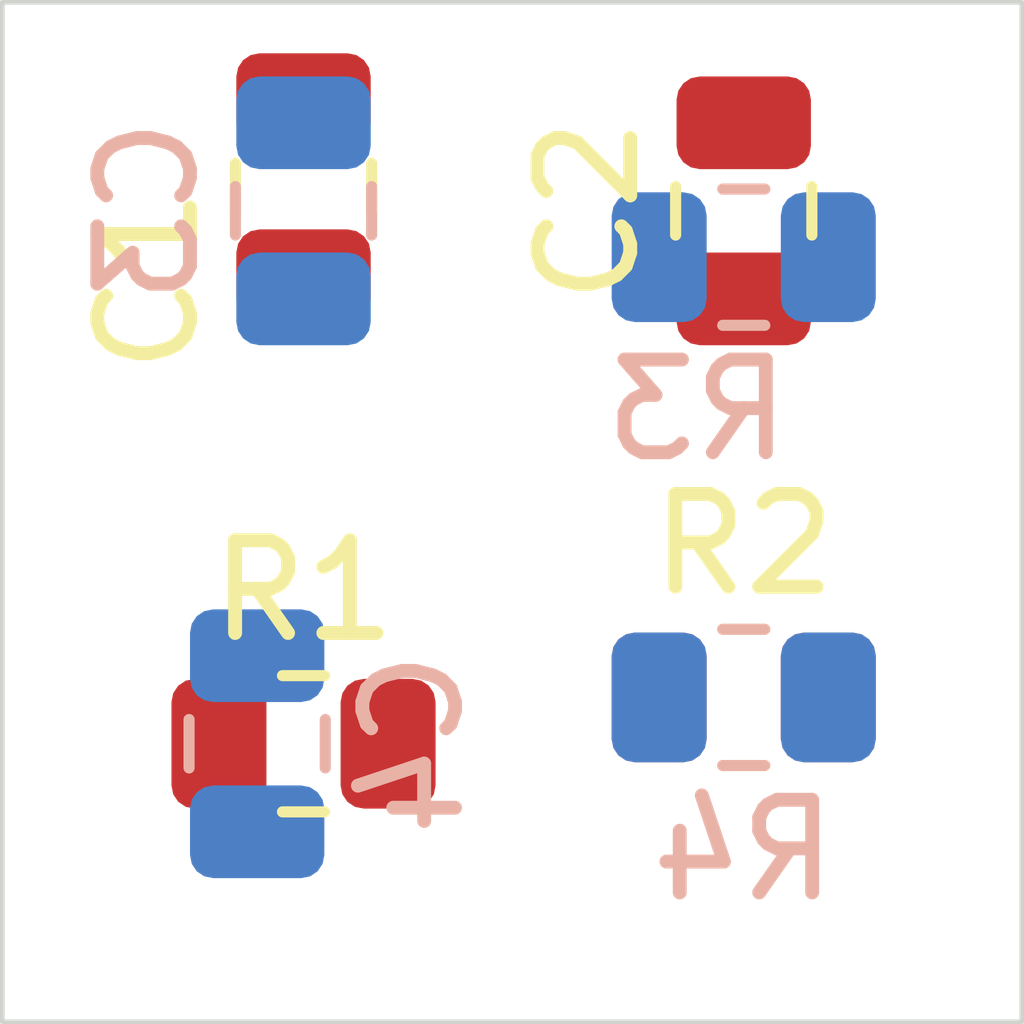
<source format=kicad_pcb>
(kicad_pcb (version 20241229) (generator "pcbnew") (generator_version "9.0")
  (layers (0 "F.Cu" signal) (2 "B.Cu" signal) (13 "F.Paste" user) (15 "B.Paste" user) (5 "F.SilkS" user "F.Silkscreen") (7 "B.SilkS" user "B.Silkscreen") (1 "F.Mask" user) (3 "B.Mask" user) (25 "Edge.Cuts" user))
  (net 0 "")
  (net 1 "Net-(C1-Pad2)")
  (net 2 "Net-(C1-Pad1)")
  (net 3 "Net-(C2-Pad2)")
  (net 4 "Net-(C2-Pad1)")
  (net 5 "Net-(C3-Pad2)")
  (net 6 "Net-(C3-Pad1)")
  (net 7 "Net-(C4-Pad2)")
  (net 8 "Net-(C4-Pad1)")
  (net 9 "Net-(R1-Pad2)")
  (net 10 "Net-(R1-Pad1)")
  (net 11 "Net-(R2-Pad2)")
  (net 12 "Net-(R2-Pad1)")
  (net 13 "Net-(R3-Pad2)")
  (net 14 "Net-(R3-Pad1)")
  (net 15 "Net-(R4-Pad2)")
  (net 16 "Net-(R4-Pad1)")
  (footprint "Capacitor_SMD:C_0805_2012Metric" (layer "F.Cu") (at 128.25 93 90)
    (property "Reference" "C1" (at -1 -1.68 90) (layer "F.SilkS"))
    (property "Value" "1u")
    (fp_line (start -0.261252 -0.735) (end 0.261252 -0.735) (stroke (width 0.12)) (layer "F.SilkS"))
    (fp_line (start -0.261252 0.735) (end 0.261252 0.735) (stroke (width 0.12)) (layer "F.SilkS"))
    (pad "1" smd roundrect (at -0.95 0 90) (size 1 1.45) (layers "F.Cu" "F.Mask" "F.Paste") (net 2 "Net-(C1-Pad1)"))
    (pad "2" smd roundrect (at 0.95 0 90) (size 1 1.45) (layers "F.Cu" "F.Mask" "F.Paste") (net 1 "Net-(C1-Pad2)"))
  )
  (footprint "Capacitor_SMD:C_0805_2012Metric" (layer "F.Cu") (at 133 93.25 90)
    (property "Reference" "C2" (at 0 -1.68 90) (layer "F.SilkS"))
    (property "Value" "2u")
    (fp_line (start -0.261252 -0.735) (end 0.261252 -0.735) (stroke (width 0.12)) (layer "F.SilkS"))
    (fp_line (start -0.261252 0.735) (end 0.261252 0.735) (stroke (width 0.12)) (layer "F.SilkS"))
    (pad "1" smd roundrect (at -0.95 0 90) (size 1 1.45) (layers "F.Cu" "F.Mask" "F.Paste") (net 4 "Net-(C2-Pad1)"))
    (pad "2" smd roundrect (at 0.95 0 90) (size 1 1.45) (layers "F.Cu" "F.Mask" "F.Paste") (net 3 "Net-(C2-Pad2)"))
  )
  (footprint "Resistor_SMD:R_0805_2012Metric" (layer "F.Cu") (at 128.25 99)
    (property "Reference" "R1" (at 0 -1.65 0) (layer "F.SilkS"))
    (property "Value" "1")
    (fp_line (start -0.227064 -0.735) (end 0.227064 -0.735) (stroke (width 0.12)) (layer "F.SilkS"))
    (fp_line (start -0.227064 0.735) (end 0.227064 0.735) (stroke (width 0.12)) (layer "F.SilkS"))
    (pad "1" smd roundrect (at -0.9125 0) (size 1.025 1.4) (layers "F.Cu" "F.Mask" "F.Paste") (roundrect_rratio 0.243902) (net 10 "Net-(R1-Pad1)"))
    (pad "2" smd roundrect (at 0.9125 0) (size 1.025 1.4) (layers "F.Cu" "F.Mask" "F.Paste") (roundrect_rratio 0.243902) (net 9 "Net-(R1-Pad2)"))
  )
  (footprint "Resistor_SMD:R_0805_2012Metric" (layer "F.Cu") (at 133 98.5)
    (property "Reference" "R2" (at 0 -1.65 0) (layer "F.SilkS"))
    (property "Value" "2")
    (fp_line (start -0.227064 -0.735) (end 0.227064 -0.735) (stroke (width 0.12)) (layer "F.SilkS"))
    (fp_line (start -0.227064 0.735) (end 0.227064 0.735) (stroke (width 0.12)) (layer "F.SilkS"))
    (pad "1" smd roundrect (at -0.9125 0) (size 1.025 1.4) (layers "F.Cu" "F.Mask" "F.Paste") (roundrect_rratio 0.243902) (net 12 "Net-(R2-Pad1)"))
    (pad "2" smd roundrect (at 0.9125 0) (size 1.025 1.4) (layers "F.Cu" "F.Mask" "F.Paste") (roundrect_rratio 0.243902) (net 11 "Net-(R2-Pad2)"))
  )
  (footprint "Capacitor_SMD:C_0805_2012Metric" (layer "B.Cu") (at 128.25 93.25 -90)
    (property "Reference" "C3" (at 0 1.68 270) (layer "B.SilkS") (effects (justify mirror)))
    (property "Value" "3u")
    (fp_line (start -0.261252 0.735) (end 0.261252 0.735) (stroke (width 0.12)) (layer "B.SilkS"))
    (fp_line (start -0.261252 -0.735) (end 0.261252 -0.735) (stroke (width 0.12)) (layer "B.SilkS"))
    (pad "1" smd roundrect (at -0.95 0 270) (size 1 1.45) (layers "B.Cu" "B.Mask" "B.Paste") (net 6 "Net-(C3-Pad1)"))
    (pad "2" smd roundrect (at 0.95 0 270) (size 1 1.45) (layers "B.Cu" "B.Mask" "B.Paste") (net 5 "Net-(C3-Pad2)"))
  )
  (footprint "Capacitor_SMD:C_0805_2012Metric" (layer "B.Cu") (at 127.75 99 90)
    (property "Reference" "C4" (at 0 1.68 90) (layer "B.SilkS") (effects (justify mirror)))
    (property "Value" "4u")
    (fp_line (start -0.261252 -0.735) (end 0.261252 -0.735) (stroke (width 0.12)) (layer "B.SilkS"))
    (fp_line (start -0.261252 0.735) (end 0.261252 0.735) (stroke (width 0.12)) (layer "B.SilkS"))
    (pad "1" smd roundrect (at -0.95 0 90) (size 1 1.45) (layers "B.Cu" "B.Mask" "B.Paste") (net 8 "Net-(C4-Pad1)"))
    (pad "2" smd roundrect (at 0.95 0 90) (size 1 1.45) (layers "B.Cu" "B.Mask" "B.Paste") (net 7 "Net-(C4-Pad2)"))
  )
  (footprint "Resistor_SMD:R_0805_2012Metric" (layer "B.Cu") (at 133 93.75)
    (property "Reference" "R3" (at -0.5 1.65 0) (layer "B.SilkS") (effects (justify mirror)))
    (property "Value" "3")
    (fp_line (start -0.227064 -0.735) (end 0.227064 -0.735) (stroke (width 0.12)) (layer "B.SilkS"))
    (fp_line (start -0.227064 0.735) (end 0.227064 0.735) (stroke (width 0.12)) (layer "B.SilkS"))
    (pad "1" smd roundrect (at -0.9125 0) (size 1.025 1.4) (layers "B.Cu" "B.Mask" "B.Paste") (roundrect_rratio 0.243902) (net 14 "Net-(R3-Pad1)"))
    (pad "2" smd roundrect (at 0.9125 0) (size 1.025 1.4) (layers "B.Cu" "B.Mask" "B.Paste") (roundrect_rratio 0.243902) (net 13 "Net-(R3-Pad2)"))
  )
  (footprint "Resistor_SMD:R_0805_2012Metric" (layer "B.Cu") (at 133 98.5)
    (property "Reference" "R4" (at 0 1.65 0) (layer "B.SilkS") (effects (justify mirror)))
    (property "Value" "4")
    (fp_line (start -0.227064 -0.735) (end 0.227064 -0.735) (stroke (width 0.12)) (layer "B.SilkS"))
    (fp_line (start -0.227064 0.735) (end 0.227064 0.735) (stroke (width 0.12)) (layer "B.SilkS"))
    (pad "1" smd roundrect (at -0.9125 0) (size 1.025 1.4) (layers "B.Cu" "B.Mask" "B.Paste") (roundrect_rratio 0.243902) (net 16 "Net-(R4-Pad1)"))
    (pad "2" smd roundrect (at 0.9125 0) (size 1.025 1.4) (layers "B.Cu" "B.Mask" "B.Paste") (roundrect_rratio 0.243902) (net 15 "Net-(R4-Pad2)"))
  )
  (gr_line (start 125 102) (end 125 91) (stroke (width 0.05)) (layer "Edge.Cuts"))
  (gr_line (start 136 91) (end 136 102) (stroke (width 0.05)) (layer "Edge.Cuts"))
  (gr_line (start 125 91) (end 136 91) (stroke (width 0.05)) (layer "Edge.Cuts"))
  (gr_line (start 136 102) (end 125 102) (stroke (width 0.05)) (layer "Edge.Cuts"))
)
</source>
